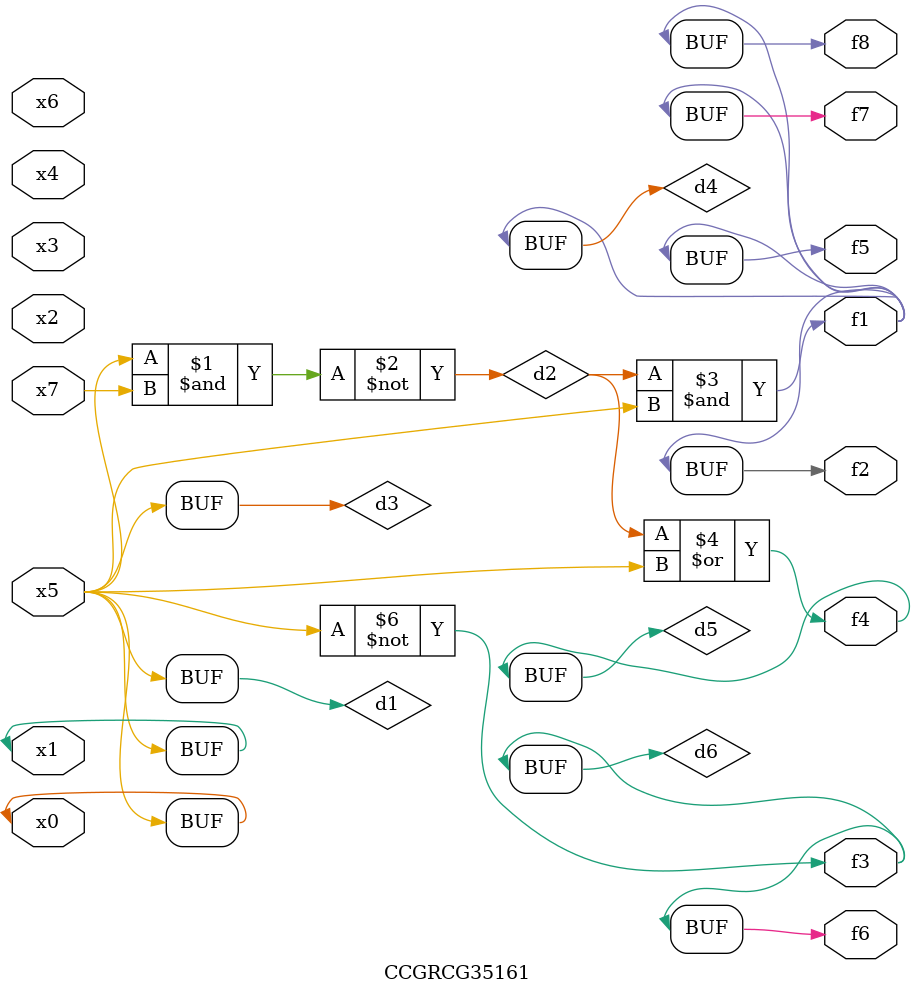
<source format=v>
module CCGRCG35161(
	input x0, x1, x2, x3, x4, x5, x6, x7,
	output f1, f2, f3, f4, f5, f6, f7, f8
);

	wire d1, d2, d3, d4, d5, d6;

	buf (d1, x0, x5);
	nand (d2, x5, x7);
	buf (d3, x0, x1);
	and (d4, d2, d3);
	or (d5, d2, d3);
	nor (d6, d1, d3);
	assign f1 = d4;
	assign f2 = d4;
	assign f3 = d6;
	assign f4 = d5;
	assign f5 = d4;
	assign f6 = d6;
	assign f7 = d4;
	assign f8 = d4;
endmodule

</source>
